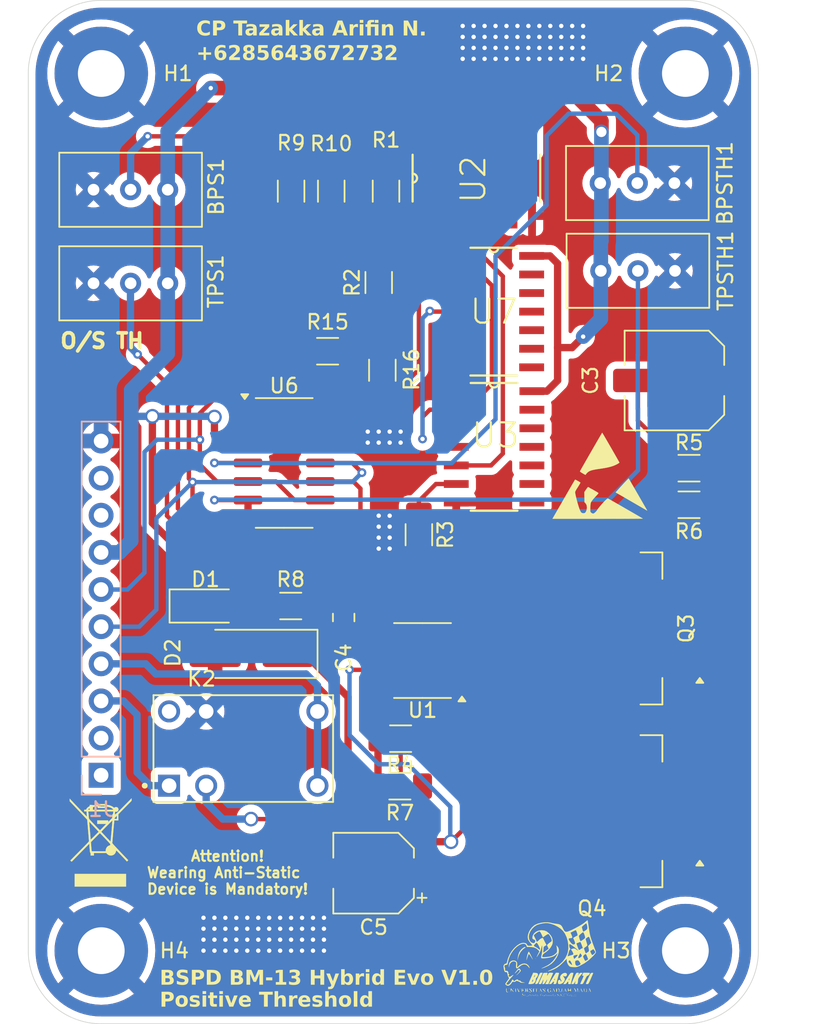
<source format=kicad_pcb>
(kicad_pcb (version 20240108) (generator "pcbnew") (generator_version "8.0")
  (layers (0 "F.Cu" signal) (31 "B.Cu" signal) (34 "B.Paste" user) (35 "F.Paste" user) (36 "B.SilkS" user "B.Silkscreen") (37 "F.SilkS" user "F.Silkscreen") (38 "B.Mask" user) (39 "F.Mask" user) (44 "Edge.Cuts" user))
  (net 0 "")
  (net 1 "GND")
  (net 2 "+5V")
  (net 3 "Net-(Q3-G)")
  (net 4 "Net-(U1-CV)")
  (net 5 "Net-(Q4-D)")
  (net 6 "Net-(Q3-D)")
  (net 7 "Net-(U2-1A)")
  (net 8 "Net-(U2-1B)")
  (net 9 "Net-(U2-1Y)")
  (net 11 "Net-(D1-A)")
  (net 12 "Net-(D2-K)")
  (net 22 "Net-(U3-2Y)")
  (net 23 "Net-(U6C--)")
  (net 24 "Net-(U6D--)")
  (net 25 "Net-(U3-1A)")
  (net 26 "Net-(U3-1B)")
  (net 27 "Net-(U6A--)")
  (net 30 "Net-(U3-1Y)")
  (net 32 "BrakePress")
  (net 36 "ThrottlePos")
  (net 37 "NC")
  (net 38 "COM")
  (net 39 "Net-(U7-1A)")
  (net 40 "Net-(U7-2A)")
  (footprint "Resistor_SMD:R_1206_3216Metric_Pad1.30x1.75mm_HandSolder" (layer "F.Cu") (at 147.5 73.55 -90)
    (property "Reference" "R10")
    (property "Value" "1M")
  )
  (footprint "Package_SO:SOIC-8_3.9x4.9mm_P1.27mm" (layer "F.Cu") (at 153.75 105.655 180)
    (property "Reference" "U1")
    (property "Value" "NE555D")
  )
  (footprint "Potentiometer_THT:Potentiometer_Bourns_3296W_Vertical" (layer "F.Cu") (at 136.3 73.45)
    (property "Reference" "BPS1")
    (property "Value" "R_Potentiometer_Trim")
  )
  (footprint "Resistor_SMD:R_1206_3216Metric_Pad1.30x1.75mm_HandSolder" (layer "F.Cu") (at 152.2 114.25 180)
    (property "Reference" "R7")
    (property "Value" "1M")
  )
  (footprint "Resistor_SMD:R_1206_3216Metric_Pad1.30x1.75mm_HandSolder" (layer "F.Cu") (at 147.25 84.5)
    (property "Reference" "R15")
    (property "Value" "10K")
  )
  (footprint "Resistor_SMD:R_1206_3216Metric_Pad1.30x1.75mm_HandSolder" (layer "F.Cu") (at 153.5 97.05 -90)
    (property "Reference" "R3")
    (property "Value" "10K")
  )
  (footprint "Symbol:WEEE-Logo_4.2x6mm_SilkScreen" (layer "F.Cu") (at 131.7 118.1)
    (property "Reference" "REF**" (hide yes))
    (property "Value" "WEEE-Logo_4.2x6mm_SilkScreen" (hide yes))
  )
  (footprint "Resistor_SMD:R_1206_3216Metric_Pad1.30x1.75mm_HandSolder" (layer "F.Cu") (at 172 92.5 180)
    (property "Reference" "R5")
    (property "Value" "100K")
  )
  (footprint "74HC04D:SOIC127P600X175-14N" (layer "F.Cu") (at 158.6316 81.79)
    (property "Reference" "U7")
    (property "Value" "74HC04D")
  )
  (footprint "MountingHole:MountingHole_3.2mm_M3_Pad_TopBottom" (layer "F.Cu") (at 131.75 125.5)
    (property "Reference" "H4")
    (property "Value" "MountingHole_Pad")
  )
  (footprint "G5V-1_DC5:RELAY_G5V-1_DC5" (layer "F.Cu") (at 141.475 111.675)
    (property "Reference" "K2")
    (property "Value" "G5V-1_DC5")
  )
  (footprint "Capacitor_SMD:CP_Elec_5x5.3" (layer "F.Cu") (at 150.4 120.2 180)
    (property "Reference" "C5")
    (property "Value" "10uF")
  )
  (footprint "Resistor_SMD:R_1206_3216Metric_Pad1.30x1.75mm_HandSolder" (layer "F.Cu") (at 151 85.8 -90)
    (property "Reference" "R16")
    (property "Value" "10K")
  )
  (footprint "MountingHole:MountingHole_3.2mm_M3_Pad_TopBottom" (layer "F.Cu") (at 131.75 65.5)
    (property "Reference" "H1")
    (property "Value" "MountingHole_Pad")
  )
  (footprint "Package_TO_SOT_SMD:TO-263-2" (layer "F.Cu") (at 165.35 115.96 180)
    (property "Reference" "Q4")
    (property "Value" "IRFS4127")
  )
  (footprint "MountingHole:MountingHole_3.2mm_M3_Pad_TopBottom" (layer "F.Cu") (at 171.75 65.5)
    (property "Reference" "H2")
    (property "Value" "MountingHole_Pad")
  )
  (footprint "Resistor_SMD:R_1206_3216Metric_Pad1.30x1.75mm_HandSolder" (layer "F.Cu") (at 144.75 73.55 -90)
    (property "Reference" "R9")
    (property "Value" "1M")
  )
  (footprint "TazCustomLogo:Bimsaklogo" (layer "F.Cu") (at 162.5 126)
    (property "Reference" "G***" (hide yes))
    (property "Value" "LOGO" (hide yes))
  )
  (footprint "MountingHole:MountingHole_3.2mm_M3_Pad_TopBottom" (layer "F.Cu") (at 171.75 125.5)
    (property "Reference" "H3")
    (property "Value" "MountingHole_Pad")
  )
  (footprint "Resistor_SMD:R_1206_3216Metric_Pad1.30x1.75mm_HandSolder" (layer "F.Cu") (at 172 95 180)
    (property "Reference" "R6")
    (property "Value" "100K")
  )
  (footprint "LED_SMD:LED_1206_3216Metric_Pad1.42x1.75mm_HandSolder" (layer "F.Cu") (at 138.8875 101.925)
    (property "Reference" "D1")
    (property "Value" "LED")
  )
  (footprint "Package_SO:SOIC-14_3.9x8.7mm_P1.27mm" (layer "F.Cu") (at 144.275 92.14)
    (property "Reference" "U6")
    (property "Value" "LM339")
  )
  (footprint "Resistor_SMD:R_1206_3216Metric_Pad1.30x1.75mm_HandSolder" (layer "F.Cu") (at 150.75 79.8 90)
    (property "Reference" "R2")
    (property "Value" "10K")
  )
  (footprint "Resistor_SMD:R_1206_3216Metric_Pad1.30x1.75mm_HandSolder" (layer "F.Cu") (at 151.25 73.55 -90)
    (property "Reference" "R1")
    (property "Value" "10K")
  )
  (footprint "Capacitor_SMD:C_Elec_6.3x7.7" (layer "F.Cu") (at 171 86.5 180)
    (property "Reference" "C3")
    (property "Value" "100uF")
  )
  (footprint "Diode_SMD:D_SMA_Handsoldering" (layer "F.Cu") (at 142.05 105.2 180)
    (property "Reference" "D2")
    (property "Value" "SS210")
  )
  (footprint "Resistor_SMD:R_1206_3216Metric_Pad1.30x1.75mm_HandSolder" (layer "F.Cu") (at 144.725 101.925)
    (property "Reference" "R8")
    (property "Value" "150")
  )
  (footprint "ADD ON:SOIC127P600X175-14N" (layer "F.Cu") (at 158.65 91.04)
    (property "Reference" "U3")
    (property "Value" "74HC32D_653")
  )
  (footprint "Potentiometer_THT:Potentiometer_Bourns_3296W_Vertical" (layer "F.Cu") (at 165.96 79 180)
    (property "Reference" "TPSTH1")
    (property "Value" "R_Potentiometer_Trim")
  )
  (footprint "Potentiometer_THT:Potentiometer_Bourns_3296W_Vertical" (layer "F.Cu") (at 136.3 79.85)
    (property "Reference" "TPS1")
    (property "Value" "R_Potentiometer_Trim")
  )
  (footprint "Symbol:ESD-Logo_6.6x6mm_SilkScreen" (layer "F.Cu") (at 165.9 93)
    (property "Reference" "REF**" (hide yes))
    (property "Value" "ESD-Logo_6.6x6mm_SilkScreen" (hide yes))
  )
  (footprint "Potentiometer_THT:Potentiometer_Bourns_3296W_Vertical" (layer "F.Cu") (at 165.92 73 180)
    (property "Reference" "BPSTH1")
    (property "Value" "R_Potentiometer_Trim")
  )
  (footprint "Package_TO_SOT_SMD:TO-263-2" (layer "F.Cu") (at 165.35 103.46 180)
    (property "Reference" "Q3")
    (property "Value" "IRFS4127")
  )
  (footprint "Capacitor_SMD:C_0805_2012Metric_Pad1.18x1.45mm_HandSolder" (layer "F.Cu") (at 148.35 102.7125 90)
    (property "Reference" "C4")
    (property "Value" "1uF")
  )
  (footprint "Resistor_SMD:R_1206_3216Metric_Pad1.30x1.75mm_HandSolder" (layer "F.Cu") (at 152.25 111 180)
    (property "Reference" "R4")
    (property "Value" "10K")
  )
  (footprint "ADD ON:SOIC127P600X175-14N" (layer "F.Cu") (at 157.44 72.6592 90)
    (property "Reference" "U2")
    (property "Value" "74HC08D-T")
  )
  (footprint "Connector_PinHeader_2.54mm:PinHeader_1x10_P2.54mm_Vertical" (layer "B.Cu") (at 131.74 113.5)
    (property "Reference" "J1")
    (property "Value" "Conn_01x10_Pin")
  )
  (gr_line (start 131.75 130.5) (end 171.75 130.5) (stroke (width 0.05)) (layer "Edge.Cuts"))
  (gr_arc (start 171.75 60.5) (mid 175.285534 61.964466) (end 176.75 65.5) (stroke (width 0.05)) (layer "Edge.Cuts"))
  (gr_line (start 126.75 125.5) (end 126.75 65.5) (stroke (width 0.05)) (layer "Edge.Cuts"))
  (gr_arc (start 176.75 125.5) (mid 175.285534 129.035534) (end 171.75 130.5) (stroke (width 0.05)) (layer "Edge.Cuts"))
  (gr_line (start 131.75 60.5) (end 171.75 60.5) (stroke (width 0.05)) (layer "Edge.Cuts"))
  (gr_arc (start 131.75 130.5) (mid 128.214466 129.035534) (end 126.75 125.5) (stroke (width 0.05)) (layer "Edge.Cuts"))
  (gr_line (start 176.75 125.5) (end 176.75 65.5) (stroke (width 0.05)) (layer "Edge.Cuts"))
  (gr_arc (start 126.75 65.5) (mid 128.214466 61.964466) (end 131.75 60.5) (stroke (width 0.05)) (layer "Edge.Cuts"))
  (gr_text "O/S TH\n" (at 128.825 84.375 0) (layer "F.SilkS") (effects (font (size 1 1) (thickness 0.25) (bold yes)) (justify left bottom)))
  (gr_text "Attention!\nWearing Anti-Static \nDevice is Mandatory!" (at 140.4 121.7 0) (layer "F.SilkS") (effects (font (size 0.7 0.7) (thickness 0.15) (bold yes)) (justify bottom)))
  (gr_text "Positive Threshold" (at 135.75 129.5 0) (layer "F.SilkS") (effects (font (size 1 1) (thickness 0.1)) (justify left bottom)))
  (gr_text "BSPD BM-13 Hybrid Evo V1.0" (at 135.75 128 0) (layer "F.SilkS") (effects (font (size 1 1) (thickness 0.2) (bold yes)) (justify left bottom)))
  (gr_text "CP Tazakka Arifin N.\n+6285643672732" (at 138.25 64.75 0) (layer "F.SilkS") (effects (font (size 1 1) (thickness 0.25) (bold yes)) (justify left bottom)))
  (via (at 143.25 123.25) (size 0.6) (drill 0.3) (layers "F.Cu" "B.Cu") (net 1))
  (via (at 145.5 124) (size 0.6) (drill 0.3) (layers "F.Cu" "B.Cu") (net 1))
  (via (at 161 63) (size 0.6) (drill 0.3) (layers "F.Cu" "B.Cu") (net 1))
  (via (at 164.75 63.75) (size 0.6) (drill 0.3) (layers "F.Cu" "B.Cu") (net 1))
  (via (at 164 63) (size 0.6) (drill 0.3) (layers "F.Cu" "B.Cu") (net 1))
  (via (at 150 90.75) (size 0.6) (drill 0.3) (layers "F.Cu" "B.Cu") (net 1))
  (via (at 142.5 125.5) (size 0.6) (drill 0.3) (layers "F.Cu" "B.Cu") (net 1))
  (via (at 151.5 90) (size 0.6) (drill 0.3) (layers "F.Cu" "B.Cu") (net 1))
  (via (at 140.25 124) (size 0.6) (drill 0.3) (layers "F.Cu" "B.Cu") (net 1))
  (via (at 156.5 63) (size 0.6) (drill 0.3) (layers "F.Cu" "B.Cu") (net 1))
  (via (at 162.5 63) (size 0.6) (drill 0.3) (layers "F.Cu" "B.Cu") (net 1))
  (via (at 150 90) (size 0.6) (drill 0.3) (layers "F.Cu" "B.Cu") (net 1))
  (via (at 161.75 64.5) (size 0.6) (drill 0.3) (layers "F.Cu" "B.Cu") (net 1))
  (via (at 141 123.25) (size 0.6) (drill 0.3) (layers "F.Cu" "B.Cu") (net 1))
  (via (at 146.25 125.5) (size 0.6) (drill 0.3) (layers "F.Cu" "B.Cu") (net 1))
  (via (at 145.5 123.25) (size 0.6) (drill 0.3) (layers "F.Cu" "B.Cu") (net 1))
  (via (at 151.5 97.25) (size 0.6) (drill 0.3) (layers "F.Cu" "B.Cu") (net 1))
  (via (at 143.25 125.5) (size 0.6) (drill 0.3) (layers "F.Cu" "B.Cu") (net 1))
  (via (at 164.75 62.25) (size 0.6) (drill 0.3) (layers "F.Cu" "B.Cu") (net 1))
  (via (at 151.5 96.5) (size 0.6) (drill 0.3) (layers "F.Cu" "B.Cu") (net 1))
  (via (at 161 64.5) (size 0.6) (drill 0.3) (layers "F.Cu" "B.Cu") (net 1))
  (via (at 138.75 123.25) (size 0.6) (drill 0.3) (layers "F.Cu" "B.Cu") (net 1))
  (via (at 162.5 63.75) (size 0.6) (drill 0.3) (layers "F.Cu" "B.Cu") (net 1))
  (via (at 150.75 97.25) (size 0.6) (drill 0.3) (layers "F.Cu" "B.Cu") (net 1))
  (via (at 157.25 62.25) (size 0.6) (drill 0.3) (layers "F.Cu" "B.Cu") (net 1))
  (via (at 164 64.5) (size 0.6) (drill 0.3) (layers "F.Cu" "B.Cu") (net 1))
  (via (at 141 124.75) (size 0.6) (drill 0.3) (layers "F.Cu" "B.Cu") (net 1))
  (via (at 150.75 95.75) (size 0.6) (drill 0.3) (layers "F.Cu" "B.Cu") (net 1))
  (via (at 150.75 96.5) (size 0.6) (drill 0.3) (layers "F.Cu" "B.Cu") (net 1))
  (via (at 159.5 62.25) (size 0.6) (drill 0.3) (layers "F.Cu" "B.Cu") (net 1))
  (via (at 147 124.75) (size 0.6) (drill 0.3) (layers "F.Cu" "B.Cu") (net 1))
  (via (at 141.75 123.25) (size 0.6) (drill 0.3) (layers "F.Cu" "B.Cu") (net 1))
  (via (at 162.5 62.25) (size 0.6) (drill 0.3) (layers "F.Cu" "B.Cu") (net 1))
  (via (at 141.75 124.75) (size 0.6) (drill 0.3) (layers "F.Cu" "B.Cu") (net 1))
  (via (at 144.75 123.25) (size 0.6) (drill 0.3) (layers "F.Cu" "B.Cu") (net 1))
  (via (at 147 125.5) (size 0.6) (drill 0.3) (layers "F.Cu" "B.Cu") (net 1))
  (via (at 151.5 95.75) (size 0.6) (drill 0.3) (layers "F.Cu" "B.Cu") (net 1))
  (via (at 161.75 63.75) (size 0.6) (drill 0.3) (layers "F.Cu" "B.Cu") (net 1))
  (via (at 159.5 63.75) (size 0.6) (drill 0.3) (layers "F.Cu" "B.Cu") (net 1))
  (via (at 150.75 90) (size 0.6) (drill 0.3) (layers "F.Cu" "B.Cu") (net 1))
  (via (at 139.5 124.75) (size 0.6) (drill 0.3) (layers "F.Cu" "B.Cu") (net 1))
  (via (at 159.5 64.5) (size 0.6) (drill 0.3) (layers "F.Cu" "B.Cu") (net 1))
  (via (at 158 64.5) (size 0.6) (drill 0.3) (layers "F.Cu" "B.Cu") (net 1))
  (via (at 156.5 62.25) (size 0.6) (drill 0.3) (layers "F.Cu" "B.Cu") (net 1))
  (via (at 147 123.25) (size 0.6) (drill 0.3) (layers "F.Cu" "B.Cu") (net 1))
  (via (at 159.5 63) (size 0.6) (drill 0.3) (layers "F.Cu" "B.Cu") (net 1))
  (via (at 146.25 124) (size 0.6) (drill 0.3) (layers "F.Cu" "B.Cu") (net 1))
  (via (at 141 125.5) (size 0.6) (drill 0.3) (layers "F.Cu" "B.Cu") (net 1))
  (via (at 163.25 63.75) (size 0.6) (drill 0.3) (layers "F.Cu" "B.Cu") (net 1))
  (via (at 157.25 63) (size 0.6) (drill 0.3) (layers "F.Cu" "B.Cu") (net 1))
  (via (at 138.75 125.5) (size 0.6) (drill 0.3) (layers "F.Cu" "B.Cu") (net 1))
  (via (at 138.75 124) (size 0.6) (drill 0.3) (layers "F.Cu" "B.Cu") (net 1))
  (via (at 142.5 123.25) (size 0.6) (drill 0.3) (layers "F.Cu" "B.Cu") (net 1))
  (via (at 147 124) (size 0.6) (drill 0.3) (layers "F.Cu" "B.Cu") (net 1))
  (via (at 164.75 64.5) (size 0.6) (drill 0.3) (layers "F.Cu" "B.Cu") (net 1))
  (via (at 160.25 63) (size 0.6) (drill 0.3) (layers "F.Cu" "B.Cu") (net 1))
  (via (at 152.25 90) (size 0.6) (drill 0.3) (layers "F.Cu" "B.Cu") (net 1))
  (via (at 152.25 90.75) (size 0.6) (drill 0.3) (layers "F.Cu" "B.Cu") (net 1))
  (via (at 158.75 62.25) (size 0.6) (drill 0.3) (layers "F.Cu" "B.Cu") (net 1))
  (via (at 140.25 125.5) (size 0.6) (drill 0.3) (layers "F.Cu" "B.Cu") (net 1))
  (via (at 144 124.75) (size 0.6) (drill 0.3) (layers "F.Cu" "B.Cu") (net 1))
  (via (at 140.25 123.25) (size 0.6) (drill 0.3) (layers "F.Cu" "B.Cu") (net 1))
  (via (at 164 63.75) (size 0.6) (drill 0.3) (layers "F.Cu" "B.Cu") (net 1))
  (via (at 150.75 98) (size 0.6) (drill 0.3) (layers "F.Cu" "B.Cu") (net 1))
  (via (at 143.25 124.75) (size 0.6) (drill 0.3) (layers "F.Cu" "B.Cu") (net 1))
  (via (at 158 62.25) (size 0.6) (drill 0.3) (layers "F.Cu" "B.Cu") (net 1))
  (via (at 142.5 124) (size 0.6) (drill 0.3) (layers "F.Cu" "B.Cu") (net 1))
  (via (at 156.5 64.5) (size 0.6) (drill 0.3) (layers "F.Cu" "B.Cu") (net 1))
  (via (at 145.5 125.5) (size 0.6) (drill 0.3) (layers "F.Cu" "B.Cu") (net 1))
  (via (at 161.75 63) (size 0.6) (drill 0.3) (layers "F.Cu" "B.Cu") (net 1))
  (via (at 163.25 63) (size 0.6) (drill 0.3) (layers "F.Cu" "B.Cu") (net 1))
  (via (at 150.75 90.75) (size 0.6) (drill 0.3) (layers "F.Cu" "B.Cu") (net 1))
  (via (at 163.25 62.25) (size 0.6) (drill 0.3) (layers "F.Cu" "B.Cu") (net 1))
  (via (at 144.75 125.5) (size 0.6) (drill 0.3) (layers "F.Cu" "B.Cu") (net 1))
  (via (at 146.25 124.75) (size 0.6) (drill 0.3) (layers "F.Cu" "B.Cu") (net 1))
  (via (at 157.25 64.5) (size 0.6) (drill 0.3) (layers "F.Cu" "B.Cu") (net 1))
  (via (at 146.25 123.25) (size 0.6) (drill 0.3) (layers "F.Cu" "B.Cu") (net 1))
  (via (at 142.5 124.75) (size 0.6) (drill 0.3) (layers "F.Cu" "B.Cu") (net 1))
  (via (at 158.75 63) (size 0.6) (drill 0.3) (layers "F.Cu" "B.Cu") (net 1))
  (via (at 160.25 63.75) (size 0.6) (drill 0.3) (layers "F.Cu" "B.Cu") (net 1))
  (via (at 141.75 125.5) (size 0.6) (drill 0.3) (layers "F.Cu" "B.Cu") (net 1))
  (via (at 144.75 124) (size 0.6) (drill 0.3) (layers "F.Cu" "B.Cu") (net 1))
  (via (at 151.5 90.75) (size 0.6) (drill 0.3) (layers "F.Cu" "B.Cu") (net 1))
  (via (at 151.5 98) (size 0.6) (drill 0.3) (layers "F.Cu" "B.Cu") (net 1))
  (via (at 143.25 124) (size 0.6) (drill 0.3) (layers "F.Cu" "B.Cu") (net 1))
  (via (at 139.5 124) (size 0.6) (drill 0.3) (layers "F.Cu" "B.Cu") (net 1))
  (via (at 158 63.75) (size 0.6) (drill 0.3) (layers "F.Cu" "B.Cu") (net 1))
  (via (at 163.25 64.5) (size 0.6) (drill 0.3) (layers "F.Cu" "B.Cu") (net 1))
  (via (at 161.75 62.25) (size 0.6) (drill 0.3) (layers "F.Cu" "B.Cu") (net 1))
  (via (at 158.75 64.5) (size 0.6) (drill 0.3) (layers "F.Cu" "B.Cu") (net 1))
  (via (at 139.5 123.25) (size 0.6) (drill 0.3) (layers "F.Cu" "B.Cu") (net 1))
  (via (at 145.5 124.75) (size 0.6) (drill 0.3) (layers "F.Cu" "B.Cu") (net 1))
  (via (at 160.25 62.25) (size 0.6) (drill 0.3) (layers "F.Cu" "B.Cu") (net 1))
  (via (at 144 124) (size 0.6) (drill 0.3) (layers "F.Cu" "B.Cu") (net 1))
  (via (at 144 125.5) (size 0.6) (drill 0.3) (layers "F.Cu" "B.Cu") (net 1))
  (via (at 157.25 63.75) (size 0.6) (drill 0.3) (layers "F.Cu" "B.Cu") (net 1))
  (via (at 160.25 64.5) (size 0.6) (drill 0.3) (layers "F.Cu" "B.Cu") (net 1))
  (via (at 138.75 124.75) (size 0.6) (drill 0.3) (layers "F.Cu" "B.Cu") (net 1))
  (via (at 161 62.25) (size 0.6) (drill 0.3) (layers "F.Cu" "B.Cu") (net 1))
  (via (at 144.75 124.75) (size 0.6) (drill 0.3) (layers "F.Cu" "B.Cu") (net 1))
  (via (at 158.75 63.75) (size 0.6) (drill 0.3) (layers "F.Cu" "B.Cu") (net 1))
  (via (at 162.5 64.5) (size 0.6) (drill 0.3) (layers "F.Cu" "B.Cu") (net 1))
  (via (at 139.5 125.5) (size 0.6) (drill 0.3) (layers "F.Cu" "B.Cu") (net 1))
  (via (at 156.5 63.75) (size 0.6) (drill 0.3) (layers "F.Cu" "B.Cu") (net 1))
  (via (at 164.75 63) (size 0.6) (drill 0.3) (layers "F.Cu" "B.Cu") (net 1))
  (via (at 164 62.25) (size 0.6) (drill 0.3) (layers "F.Cu" "B.Cu") (net 1))
  (via (at 141.75 124) (size 0.6) (drill 0.3) (layers "F.Cu" "B.Cu") (net 1))
  (via (at 144 123.25) (size 0.6) (drill 0.3) (layers "F.Cu" "B.Cu") (net 1))
  (via (at 140.25 124.75) (size 0.6) (drill 0.3) (layers "F.Cu" "B.Cu") (net 1))
  (via (at 161 63.75) (size 0.6) (drill 0.3) (layers "F.Cu" "B.Cu") (net 1))
  (via (at 158 63) (size 0.6) (drill 0.3) (layers "F.Cu" "B.Cu") (net 1))
  (via (at 141 124) (size 0.6) (drill 0.3) (layers "F.Cu" "B.Cu") (net 1))
  (segment (start 156.225 103.75) (end 156.225 102.75) (width 0.5) (layer "F.Cu") (net 2))
  (segment (start 135.25 96.25) (end 135.25 88.95) (width 0.5) (layer "F.Cu") (net 2))
  (segment (start 153.5 66.5) (end 139.25 66.5) (width 1) (layer "F.Cu") (net 2))
  (segment (start 145.7 84.5) (end 145.7 83.8) (width 0.5) (layer "F.Cu") (net 2))
  (segment (start 162.27 87.23) (end 161.2408 87.23) (width 0.5) (layer "F.Cu") (net 2))
  (segment (start 149.75 72) (end 151.25 72) (width 0.5) (layer "F.Cu") (net 2))
  (segment (start 151.275 107.56) (end 152.69 107.56) (width 0.5) (layer "F.Cu") (net 2))
  (segment (start 153.63 70.0684) (end 151.9316 70.0684) (width 0.5) (layer "F.Cu") (net 2))
  (segment (start 166 69.5) (end 166 68.75) (width 1) (layer "F.Cu") (net 2))
  (segment (start 150.7 111) (end 150.7 109.55) (width 0.5) (layer "F.Cu") (net 2))
  (segment (start 149 98.75) (end 137.75 98.75) (width 0.5) (layer "F.Cu") (net 2))
  (segment (start 150.5 82.5) (end 151 83) (width 0.5) (layer "F.Cu") (net 2))
  (segment (start 149.75 78.25) (end 149.5 78) (width 0.5) (layer "F.Cu") (net 2))
  (segment (start 164 84.25) (end 163 84.25) (width 0.5) (layer "F.Cu") (net 2))
  (segment (start 152 101.75) (end 149 98.75) (width 0.5) (layer "F.Cu") (net 2))
  (segment (start 149.2 72) (end 149.25 72) (width 0.5) (layer "F.Cu") (net 2))
  (segment (start 153 107.25) (end 153 105.76005) (width 0.5) (layer "F.Cu") (net 2))
  (segment (start 161.2224 77.98) (end 162.48 77.98) (width 0.5) (layer "F.Cu") (net 2))
  (segment (start 147 82.5) (end 150.5 82.5) (width 0.5) (layer "F.Cu") (net 2))
  (segment (start 140.12 90.87) (end 143.13 90.87) (width 0.5) (layer "F.Cu") (net 2))
  (segment (start 151 83) (end 151 84.25) (width 0.5) (layer "F.Cu") (net 2))
  (segment (start 151.9316 70.0684) (end 151.25 70.75) (width 0.5) (layer "F.Cu") (net 2))
  (segment (start 149.5 73.5) (end 149.5 72.25) (width 0.5) (layer "F.Cu") (net 2))
  (segment (start 153 105.76005) (end 155.01005 103.75) (width 0.5) (layer "F.Cu") (net 2))
  (segment (start 155.01005 103.75) (end 156.225 103.75) (width 0.5) (layer "F.Cu") (net 2))
  (segment (start 153.5 66.5) (end 153.63 66.63) (width 1) (layer "F.Cu") (net 2))
  (segment (start 162.48 77.98) (end 163 78.5) (width 0.5) (layer "F.Cu") (net 2))
  (segment (start 149.2 72) (end 144.75 72) (width 0.5) (layer "F.Cu") (net 2))
  (segment (start 150.75 78.25) (end 149.75 78.25) (width 0.5) (layer "F.Cu") (net 2))
  (segment (start 163 78.5) (end 163 84.25) (width 0.5) (layer "F.Cu") (net 2))
  (segment (start 163.75 66.5) (end 153.5 66.5) (width 1) (layer "F.Cu") (net 2))
  (segment (start 166 68.75) (end 163.75 66.5) (width 1) (layer "F.Cu") (net 2))
  (segment (start 163 86.5) (end 162.27 87.23) (width 0.5) (layer "F.Cu") (net 2))
  (segment (start 144.75 85.45) (end 145.7 84.5) (width 0.5) (layer "F.Cu") (net 2))
  (segment (start 156.225 102.75) (end 155.225 101.75) (width 0.5) (layer "F.Cu") (net 2))
  (segment (start 151.25 70.75) (end 151.25 72) (width 0.5) (layer "F.Cu") (net 2))
  (segment (start 137.75 98.75) (end 135.25 96.25) (width 0.5) (layer "F.Cu") (net 2))
  (segment (start 152.69 107.56) (end 153 107.25) (width 0.5) (layer "F.Cu") (net 2))
  (segment (start 149.75 72) (end 149.2 72) (width 0.5) (layer "F.Cu") (net 2))
  (segment (start 153.63 66.63) (end 153.63 70.0684) (width 0.5) (layer "F.Cu") (net 2))
  (segment (start 150.7 111) (end 150.7 114.2) (width 0.5) (layer "F.Cu") (net 2))
  (segment (start 149.5 78) (end 149.5 73.5) (width 0.5) (layer "F.Cu") (net 2))
  (segment (start 139.5 89) (end 139.5 90.25) (width 0.5) (layer "F.Cu") (net 2))
  (segment (start 155.225 101.75) (end 152 101.75) (width 0.5) (layer "F.Cu") (net 2))
  (segment (start 150.7 109.55) (end 151.275 108.975) (width 0.5) (layer "F.Cu") (net 2))
  (segment (start 149.5 72.25) (end 149.75 72) (width 0.5) (layer "F.Cu") (net 2))
  (segment (start 150.7 114.2) (end 150.65 114.25) (width 0.5) (layer "F.Cu") (net 2))
  (segment (start 145.7 83.8) (end 147 82.5) (width 0.5) (layer "F.Cu") (net 2))
  (segment (start 163 84.25) (end 163 86.5) (width 0.5) (layer "F.Cu") (net 2))
  (segment (start 151.275 108.975) (end 151.275 107.56) (width 0.5) (layer "F.Cu") (net 2))
  (segment (start 139.5 90.25) (end 140.12 90.87) (width 0.5) (layer "F.Cu") (net 2))
  (segment (start 144.75 89.25) (end 144.75 85.45) (width 0.5) (layer "F.Cu") (net 2))
  (segment (start 164.75 83.5) (end 164 84.25) (width 0.5) (layer "F.Cu") (net 2))
  (segment (start 143.13 90.87) (end 144.75 89.25) (width 0.5) (layer "F.Cu") (net 2))
  (segment (start 149.25 72) (end 149.5 72.25) (width 0.5) (layer "F.Cu") (net 2))
  (via (at 135.25 88.95) (size 1) (drill 0.7) (layers "F.Cu" "B.Cu") (net 2))
  (via (at 139.25 66.5) (size 0.6) (drill 0.3) (layers "F.Cu" "B.Cu") (net 2))
  (via (at 164.75 83.5) (size 0.6) (drill 0.3) (layers "F.Cu" "B.Cu") (net 2))
  (via (at 166 69.5) (size 1) (drill 0.7) (layers "F.Cu" "B.Cu") (net 2))
  (via (at 139.5 89) (size 1) (drill 0.7) (layers "F.Cu" "B.Cu") (net 2))
  (segment (start 136.3 69.45) (end 136.3 84.65) (width 1) (layer "B.Cu") (net 2))
  (segment (start 165.96 82.29) (end 165.96 80.25) (width 1) (layer "B.Cu") (net 2))
  (segment (start 133.8 97.46) (end 133 98.26) (width 1) (layer "B.Cu") (net 2))
  (segment (start 139.25 66.5) (end 136.3 69.45) (width 1) (layer "B.Cu") (net 2))
  (segment (start 166 76.95) (end 165.96 76.99) (width 1) (layer "B.Cu") (net 2))
  (segment (start 166 69.5) (end 166 76.95) (width 1) (layer "B.Cu") (net 2))
  (segment (start 165.96 76.99) (end 165.96 80.25) (width 1) (layer "B.Cu") (net 2))
  (segment (start 133 98.26) (end 131.74 98.26) (width 1) (layer "B.Cu") (net 2))
  (segment (start 133.8 87.15) (end 133.8 97.46) (width 1) (layer "B.Cu") (net 2))
  (segment (start 135.25 88.95) (end 133.8 88.95) (width 0.5) (layer "B.Cu") (net 2))
  (segment (start 136.3 84.65) (end 133.8 87.15) (width 1) (layer "B.Cu") (net 2))
  (segment (start 164.75 83.5) (end 165.96 82.29) (width 1) (layer "B.Cu") (net 2))
  (segment (start 135.25 88.95) (end 139.45 88.95) (width 0.5) (layer "B.Cu") (net 2))
  (segment (start 139.45 88.95) (end 139.5 89) (width 0.5) (layer "B.Cu") (net 2))
  (segment (start 169.25 105) (end 169.25 117.75) (width 0.3) (layer "F.Cu") (net 3))
  (segment (start 168.5 89.25) (end 168.5 86.5375) (width 0.3) (layer "F.Cu") (net 3))
  (segment (start 169.25 105.25) (end 170 106) (width 0.3) (layer "F.Cu") (net 3))
  (segment (start 158.875 97) (end 169.25 97) (width 0.3) (layer "F.Cu") (net 3))
  (segment (start 153.5 98.6) (end 157.275 98.6) (width 0.3) (layer "F.Cu") (net 3))
  (segment (start 168.5 86.5375) (end 168.4625 86.5) (width 0.3) (layer "F.Cu") (net 3))
  (segment (start 169.25 97) (end 170.45 95.8) (width 0.3) (layer "F.Cu") (net 3))
  (segment (start 170.45 95.8) (end 170.45 91.2) (width 0.3) (layer "F.Cu") (net 3))
  (segment (start 170.45 91.2) (end 168.5 89.25) (width 0.3) (layer "F.Cu") (net 3))
  (segment (start 169.25 97) (end 169.25 105) (width 0.3) (layer "F.Cu") (net 3))
  (segment (start 169.25 105) (end 169.25 105.25) (width 0.3) (layer "F.Cu") (net 3))
  (segment (start 170 106) (end 173 106) (width 0.3) (layer "F.Cu") (net 3))
  (segment (start 157.275 98.6) (end 158.875 97) (width 0.3) (layer "F.Cu") (net 3))
  (segment (start 169.25 117.75) (end 170 118.5) (width 0.3) (layer "F.Cu") (net 3))
  (segment (start 170 118.5) (end 173 118.5) (width 0.3) (layer "F.Cu") (net 3))
  (segment (start 151.275 103.75) (end 148.35 103.75) (width 0.5) (layer "F.Cu") (net 4))
  (segment (start 157.79 115.96) (end 163.85 115.96) (width 0.3) (layer "F.Cu") (net 5))
  (segment (start 153.75 118.05) (end 152.6 119.2) (width 0.5) (layer "F.Cu") (net 5))
  (segment (start 153.75 114.25) (end 153.75 118.05) (width 0.5) (layer "F.Cu") (net 5))
  (segment (start 151.275 106.29) (end 151.275 105.02) (width 0.5) (layer "F.Cu") (net 5))
  (segment (start 152.6 119.2) (end 152.6 120.2) (width 0.5) (layer "F.Cu") (net 5))
  (segment (start 148.75 106.29) (end 151.275 106.29) (width 0.3) (layer "F.Cu") (net 5))
  (segment (start 155.7 118.05) (end 153.75 118.05) (width 0.5) (layer "F.Cu") (net 5))
  (segment (start 155.7 118.05) (end 157.79 115.96) (width 0.3) (layer "F.Cu") (net 5))
  (via (at 155.7 118.05) (size 1) (drill 0.7) (layers "F.Cu" "B.Cu") (net 5))
  (via (at 148.75 106.29) (size 0.6) (drill 0.3) (layers "F.Cu" "B.Cu") (net 5))
  (segment (start 148.75 106.29) (end 148.75 110.75) (width 0.3) (layer "B.Cu") (net 5))
  (segment (start 148.75 110.75) (end 150.75 112.75) (width 0.3) (layer "B.Cu") (net 5))
  (segment (start 152.75 112.75) (end 155.65 115.65) (width 0.3) (layer "B.Cu") (net 5))
  (segment (start 155.65 118) (end 155.7 118.05) (width 0.3) (layer "B.Cu") (net 5))
  (segment (start 150.75 112.75) (end 152.75 112.75) (width 0.3) (layer "B.Cu") (net 5))
  (segment (start 155.65 115.65) (end 155.65 118) (width 0.3) (layer "B.Cu") (net 5))
  (segment (start 154.5 108.6) (end 153.8 109.3) (width 0.3) (layer "F.Cu") (net 6))
  (segment (start 154.75 106.29) (end 154.5 106.54) (width 0.3) (layer "F.Cu") (net 6))
  (segment (start 153.8 111) (end 156.25 111) (width 0.3) (layer "F.Cu") (net 6))
  (segment (start 156.225 106.29) (end 154.75 106.29) (width 0.3) (layer "F.Cu") (net 6))
  (segment (start 153.8 109.3) (end 153.8 111) (width 0.3) (layer "F.Cu") (net 6))
  (segment (start 156.25 111) (end 161.015 106.235) (width 0.3) (layer "F.Cu") (net 6))
  (segment (start 154.5 106.54) (end 154.5 108.6) (width 0.3) (layer "F.Cu") (net 6))
  (segment (start 161.015 106.235) (end 161.425 106.235) (width 0.3) (layer "F.Cu") (net 6))
  (segment (start 152.75 78.5) (end 151.5 79.75) (width 0.3) (layer "F.Cu") (net 7))
  (segment (start 141.8 86.7) (end 141.8 88.33) (width 0.3) (layer "F.Cu") (net 7))
  (segment (start 153.63 75.25) (end 151.4 75.25) (width 0.3) (layer "F.Cu") (net 7))
  (segment (start 144.5 81.5) (end 142.75 83.25) (width 0.3) (layer "F.Cu") (net 7))
  (segment (start 142.75 83.25) (end 142.75 85.75) (width 0.3) (layer "F.Cu") (net 7))
  (segment (start 151.4 75.25) (end 151.25 75.1) (width 0.3) (layer "F.Cu") (net 7))
  (segment (start 147.25 79.75) (end 145.5 81.5) (width 0.3) (layer "F.Cu") (net 7))
  (segment (start 153.63 76.87) (end 152.75 77.75) (width 0.3) (layer "F.Cu") (net 7))
  (segment (start 153.63 75.25) (end 153.63 76.87) (width 0.3) (layer "F.Cu") (net 7))
  (segment (start 142.75 85.75) (end 141.8 86.7) (width 0.3) (layer "F.Cu") (net 7))
  (segment (start 151.5 79.75) (end 147.25 79.75) (width 0.3) (layer "F.Cu") (net 7))
  (segment (start 152.75 77.75) (end 152.75 78.5) (width 0.3) (layer "F.Cu") (net 7))
  (segment (start 145.5 81.5) (end 144.5 81.5) (width 0.3) (layer "F.Cu") (net 7))
  (segment (start 146.444974 81.5) (end 150.75 81.5) (width 0.3) (layer "F.Cu") (net 8))
  (segment (start 153.5 78.25) (end 154.9 76.85) (width 0.3) (layer "F.Cu") (net 8))
  (segment (start 150.75 81.5) (end 153.5 78.75) (width 0.3) (layer "F.Cu") (net 8))
  (segment (start 154.9 76.85) (end 154.9 75.25) (width 0.3) (layer "F.Cu") (net 8))
  (segment (start 141.025 89.6) (end 142.9 89.6) (width 0.3) (layer "F.Cu") (net 8))
  (segment (start 143.75 88.75) (end 143.75 83.5) (width 0.3) (layer "F.Cu") (net 8))
  (segment (start 145.694974 82.25) (end 146.444974 81.5) (width 0.3) (layer "F.Cu") (net 8))
  (segment (start 142.9 89.6) (end 143.75 88.75) (width 0.3) (layer "F.Cu") (net 8))
  (segment (start 145 82.25) (end 145.694974 82.25) (width 0.3) (layer "F.Cu") (net 8))
  (segment (start 153.5 78.75) (end 153.5 78.25) (width 0.3) (layer "F.Cu") (net 8))
  (segment (start 143.75 83.5) (end 145 82.25) (width 0.3) (layer "F.Cu") (net 8))
  (segment (start 156.0592 92.31) (end 158.44 92.31) (width 0.3) (layer "F.Cu") (net 9))
  (segment (start 156.17 76.2916) (end 156.17 75.25) (width 0.3) (layer "F.Cu") (net 9))
  (segment (start 159.25 91.5) (end 159.25 79.3716) (width 0.3) (layer "F.Cu") (net 9))
  (segment (start 159.25 79.3716) (end 156.17 76.2916) (width 0.3) (layer "F.Cu") (net 9))
  (segment (start 158.44 92.31) (end 159.25 91.5) (width 0.3) (layer "F.Cu") (net 9))
  (segment (start 143.175 101.925) (end 140.375 101.925) (width 0.5) (layer "F.Cu") (net 11))
  (segment (start 152.25 115.75) (end 152.25 109.75) (width 0.3) (layer "F.Cu") (net 12))
  (segment (start 154.73 105.02) (end 156.225 105.02) (width 0.3) (layer "F.Cu") (net 12))
  (segment (start 148.65 108.15) (end 148.65 116.1) (width 0.5) (layer "F.Cu") (net 12))
  (segment (start 148.65 116.1) (end 148.65 116.5) (width 0.5) (layer "F.Cu") (net 12))
  (segment (start 148.65 116.15) (end 149 116.5) (width 0.5) (layer "F.Cu") (net 12))
  (segment (start 148.65 116.1) (end 148.65 116.15) (width 0.5) (layer "F.Cu") (net 12))
  (segment (start 151.5 116.5) (end 152.25 115.75) (width 0.3) (layer "F.Cu") (net 12))
  (segment (start 148.3 116.5) (end 148.65 116.5) (width 0.5) (layer "F.Cu") (net 12))
  (segment (start 153.75 106) (end 154.73 105.02) (width 0.3) (layer "F.Cu") (net 12))
  (segment (start 146.275 102.85) (end 146.275 101.925) (width 0.5) (layer "F.Cu") (net 12))
  (segment (start 142 116.5) (end 148.3 116.5) (width 0.3) (layer "F.Cu") (net 12))
  (segment (start 144.975 104.475) (end 148.65 108.15) (width 0.5) (layer "F.Cu") (net 12))
  (segment (start 149 116.5) (end 148.65 116.5) (width 0.5) (layer "F.Cu") (net 12))
  (segment (start 148.65 116.15) (end 148.3 116.5) (width 0.5) (layer "F.Cu") (net 12))
  (segment (start 153.75 108.25) (end 153.75 106) (width 0.3) (layer "F.Cu") (net 12))
  (segment (start 144.55 105.2) (end 144.55 104.575) (width 0.5) (layer "F.Cu") (net 12))
  (segment (start 144.55 104.575) (end 146.275 102.85) (width 0.5) (layer "F.Cu") (net 12))
  (segment (start 149.1 116.5) (end 151.5 116.5) (width 0.3) (layer "F.Cu") (net 12))
  (segment (start 152.25 109.75) (end 153.75 108.25) (width 0.3) (layer "F.Cu") (net 12))
  (via (at 142 116.5) (size 1) (drill 0.7) (layers "F.Cu" "B.Cu") (net 12))
  (segment (start 138.935 115.36) (end 138.935 114.215) (width 0.5) (layer "B.Cu") (net 12))
  (segment (start 140.075 116.5) (end 138.935 115.36) (width 0.5) (layer "B.Cu") (net 12))
  (segment (start 142 116.5) (end 140.075 116.5) (width 0.5) (layer "B.Cu") (net 12))
  (segment (start 153.5 94.75) (end 154.67 93.58) (width 0.3) (layer "F.Cu") (net 22))
  (segment (start 153.5 95.5) (end 153.5 94.75) (width 0.3) (layer "F.Cu") (net 22))
  (segment (start 154.67 93.58) (end 156.0592 93.58) (width 0.3) (layer "F.Cu") (net 22))
  (segment (start 136.25 95.75) (end 138.25 97.75) (width 0.3) (layer "F.Cu") (net 23))
  (segment (start 138.25 97.75) (end 148.5 97.75) (width 0.3) (layer "F.Cu") (net 23))
  (segment (start 136.25 86.725) (end 136.25 95.75) (width 0.3) (layer "F.Cu") (net 23))
  (segment (start 149.5 96.75) (end 149.5 93.9) (width 0.3) (layer "F.Cu") (net 23))
  (segment (start 149.5 93.9) (end 149.01 93.41) (width 0.3) (layer "F.Cu") (net 23))
  (segment (start 148.5 97.75) (end 149.5 96.75) (width 0.3) (layer "F.Cu") (net 23))
  (segment (start 149.01 93.41) (end 146.75 93.41) (width 0.3) (layer "F.Cu") (net 23))
  (segment (start 134.2375 84.7125) (end 136.25 86.725) (width 0.3) (layer "F.Cu") (net 23))
  (via (at 134.2375 84.7125) (size 0.6) (drill 0.3) (layers "F.Cu" "B.Cu") (net 23))
  (segment (start 133.75 84.225) (end 133.75 79.86) (width 0.5) (layer "B.Cu") (net 23))
  (segment (start 134.2375 84.7125) (end 133.75 84.225) (width 0.5) (layer "B.Cu") (net 23))
  (segment (start 133.75 79.86) (end 133.76 79.85) (width 0.5) (layer "B.Cu") (net 23))
  (segment (start 137 95.25) (end 138.75 97) (width 0.3) (layer "F.Cu") (net 24))
  (segment (start 139.5 82.5) (end 139.5 85.5) (width 0.3) (layer "F.Cu") (net 24))
  (segment (start 148.4 97) (end 148.6 96.8) (width 0.3) (layer "F.Cu") (net 24))
  (segment (start 148.6 96.8) (end 148.6 96.1) (width 0.3) (layer "F.Cu") (net 24))
  (segment (start 139.5 85.5) (end 137 88) (width 0.3) (layer "F.Cu") (net 24))
  (segment (start 137 88) (end 137 95.25) (width 0.3) (layer "F.Cu") (net 24))
  (segment (start 148.45 95.95) (end 146.75 95.95) (width 0.3) (layer "F.Cu") (net 24))
  (segment (start 142 80) (end 139.5 82.5) (width 0.3) (layer "F.Cu") (net 24))
  (segment (start 140.675 69.8) (end 142 71.125) (width 0.3) (layer "F.Cu") (net 24))
  (segment (start 134.925 69.8) (end 140.675 69.8) (width 0.3) (layer "F.Cu") (net 24))
  (segment (start 138.75 97) (end 148.4 97) (width 0.3) (layer "F.Cu") (net 24))
  (segment (start 142 71.125) (end 142 80) (width 0.3) (layer "F.Cu") (net 24))
  (segment (start 148.6 96.1) (end 148.45 95.95) (width 0.3) (layer "F.Cu") (net 24))
  (via (at 134.925 69.8) (size 0.6) (drill 0.3) (layers "F.Cu" "B.Cu") (net 24))
  (segment (start 134.925 69.8) (end 133.76 70.965) (width 0.5) (layer "B.Cu") (net 24))
  (segment (start 133.76 70.965) (end 133.76 73.45) (width 0.5) (layer "B.Cu") (net 24))
  (segment (start 158.02 87.23) (end 156.0592 87.23) (width 0.3) (layer "F.Cu") (net 25))
  (segment (start 156.0408 79.25) (end 157.75 79.25) (width 0.3) (layer "F.Cu") (net 25))
  (segment (start 157.75 79.25) (end 158.5 80) (width 0.3) (layer "F.Cu") (net 25))
  (segment (start 158.5 86.75) (end 158.02 87.23) (width 0.3) (layer "F.Cu") (net 25))
  (segment (start 158.5 80) (end 158.5 86.75) (width 0.3) (layer "F.Cu") (net 25))
  (segment (start 154.29 81.79) (end 156.0408 81.79) (width 0.3) (layer "F.Cu") (net 26))
  (segment (start 153.75 89) (end 154.25 88.5) (width 0.3) (layer "F.Cu") (net 26))
  (segment (start 153.75 90.5) (end 153.75 89) (width 0.3) (layer "F.Cu") (net 26))
  (segment (start 154.25 81.75) (end 154.29 81.79) (width 0.3) (layer "F.Cu") (net 26))
  (segment (start 154.25 88.5) (end 156.0592 88.5) (width 0.3) (layer "F.Cu") (net 26))
  (via (at 153.75 90.5) (size 0.6) (drill 0.3) (layers "F.Cu" "B.Cu") (net 26))
  (via (at 154.25 81.75) (size 0.6) (drill 0.3) (layers "F.Cu" "B.Cu") (net 26))
  (segment (start 154.25 81.75) (end 153.75 82.25) (width 0.3) (layer "B.Cu") (net 26))
  (segment (start 153.75 82.25) (end 153.75 90.5) (width 0.3) (layer "B.Cu") (net 26))
  (segment (start 139.5 92.14) (end 141.4684 92.14) (width 0.3) (layer "F.Cu") (net 27))
  (via (at 139.5 92.14) (size 0.6) (drill 0.3) (layers "F.Cu" "B.Cu") (net 27))
  (segment (start 158.75 89.15) (end 158.75 78) (width 0.3) (layer "B.Cu") (net 27))
  (segment (start 163.75 68.25) (end 167 68.25) (width 0.3) (layer "B.Cu") (net 27))
  (segment (start 158.75 78) (end 162.25 74.5) (width 0.3) (layer "B.Cu") (net 27))
  (segment (start 162.25 74.5) (end 162.25 69.75) (width 0.3) (layer "B.Cu") (net 27))
  (segment (start 167 68.25) (end 168.46 69.71) (width 0.3) (layer "B.Cu") (net 27))
  (segment (start 139.51 92.15) (end 155.75 92.15) (width 0.3) (layer "B.Cu") (net 27))
  (segment (start 168.46 69.71) (end 168.46 73) (width 0.3) (layer "B.Cu") (net 27))
  (segment (start 139.5 92.14) (end 139.51 92.15) (width 0.3) (layer "B.Cu") (net 27))
  (segment (start 162.25 69.75) (end 163.75 68.25) (width 0.3) (layer "B.Cu") (net 27))
  (segment (start 155.75 92.15) (end 158.75 89.15) (width 0.3) (layer "B.Cu") (net 27))
  (segment (start 156.0592 91.04) (end 156.0592 89.77) (width 0.2) (layer "F.Cu") (net 30))
  (segment (start 145.25 80.5) (end 147.5 78.25) (width 0.3) (layer "F.Cu") (net 32))
  (segment (start 143.71 93.41) (end 144.98 94.68) (width 0.3) (layer "F.Cu") (net 32))
  (segment (start 138.5 90.55) (end 138.5 88.75) (width 0.3) (layer "F.Cu") (net 32))
  (segment (start 147.5 78.25) (end 147.5 75.1) (width 0.3) (layer "F.Cu") (net 32))
  (segment (start 138.5 88.75) (end 141.75 85.5) (width 0.3) (layer "F.Cu") (net 32))
  (segment (start 138.5 92.25) (end 139.66 93.41) (width 0.3) (layer "F.Cu") (net 32))
  (segment (start 138.5 90.55) (end 138.5 92.25) (width 0.3) (layer "F.Cu") (net 32))
  (segment (start 141.75 85.5) (end 141.75 82.75) (width 0.3) (layer "F.Cu") (net 32))
  (segment (start 141.75 82.75) (end 144 80.5) (width 0.3) (layer "F.Cu") (net 32))
  (segment (start 139.66 93.41) (end 143.71 93.41) (width 0.3) (layer "F.Cu") (net 32))
  (segment (start 144.98 94.68) (end 146.75 94.68) (width 0.3) (layer "F.Cu") (net 32))
  (segment (start 144 80.5) (end 145.25 80.5) (width 0.3) (layer "F.Cu") (net 32))
  (via (at 138.5 90.55) (size 0.6) (drill 0.3) (layers "F.Cu" "B.Cu") (net 32))
  (segment (start 134.71 91.39) (end 134.71 99.64) (width 0.3) (layer "B.Cu") (net 32))
  (segment (start 133.55 100.8) (end 131.74 100.8) (width 0.3) (layer "B.Cu") (net 32))
  (segment (start 135.55 90.55) (end 134.71 91.39) (width 0.3) (layer "B.Cu") (net 32))
  (segment (start 134.71 99.64) (end 133.55 100.8) (width 0.3) (layer "B.Cu") (net 32))
  (segment (start 138.5 90.55) (end 135.55 90.55) (width 0.3) (layer "B.Cu") (net 32))
  (segment (start 138 93.45) (end 137.75 93.2) (width 0.3) (layer "F.Cu") (net 36))
  (segment (start 137.75 93.2) (end 137.75 88.375) (width 0.3) (layer "F.Cu") (net 36))
  (segment (start 149.6 92.8) (end 148.94 92.14) (width 0.3) (layer "F.Cu") (net 36))
  (segment (start 138 95.25) (end 138.7 95.95) (width 0.3) (layer "F.Cu") (net 36))
  (segment (start 140.75 82.5) (end 144.75 78.5) (width 0.3) (layer "F.Cu") (net 36))
  (segment (start 144.75 78.5) (end 144.75 75.1) (width 0.3) (layer "F.Cu") (net 36))
  (segment (start 141.8 94.68) (end 141.8 95.95) (width 0.5) (layer "F.Cu") (net 36))
  (segment (start 138 93.45) (end 138 95.25) (width 0.3) (layer "F.Cu") (net 36))
  (segment (start 140.75 85.375) (end 140.75 82.5) (width 0.3) (layer "F.Cu") (net 36))
  (segment (start 138.7 95.95) (end 141.025 95.95) (width 0.3) (layer "F.Cu") (net 36))
  (segment (start 141.4684 94.68) (end 139.5 94.68) (width 0.3) (layer "F.Cu") (net 36))
  (segment (start 137.75 88.375) (end 140.75 85.375) (width 0.3) (layer "F.Cu") (net 36))
  (segment (start 148.94 92.14) (end 146.75 92.14) (width 0.3) (layer "F.Cu") (net 36))
  (segment (start 141.8 95.95) (end 141.025 95.95) (width 0.5) (layer "F.Cu") (net 36))
  (via (at 139.5 94.68) (size 0.6) (drill 0.3) (layers "F.Cu" "B.Cu") (net 36))
  (via (at 149.6 92.8) (size 0.6) (drill 0.3) (layers "F.Cu" "B.Cu") (net 36))
  (via (at 138 93.45) (size 0.6) (drill 0.3) (layers "F.Cu" "B.Cu") (net 36))
  (segment (start 149.6 92.8) (end 148.95 93.45) (width 0.3) (layer "B.Cu") (net 36))
  (segment (start 168.49 88.43) (end 168.49 84.75) (width 0.3) (layer "B.Cu") (net 36))
  (segment (start 134.35 103.34) (end 131.74 103.34) (width 0.3) (layer "B.Cu") (net 36))
  (segment (start 168.5 84.74) (end 168.5 79) (width 0.3) (layer "B.Cu") (net 36))
  (segment (start 135.525 102.165) (end 134.35 103.34) (width 0.3) (layer "B.Cu") (net 36))
  (segment (start 139.5 94.68) (end 139.53 94.65) (width 0.3) (layer "B.Cu") (net 36))
  (segment (start 148.95 93.45) (end 138 93.45) (width 0.3) (layer "B.Cu") (net 36))
  (segment (start 168.51 88.45) (end 168.49 88.43) (width 0.3) (layer "B.Cu") (net 36))
  (segment (start 138 93.45) (end 135.525 95.925) (width 0.3) (layer "B.Cu") (net 36))
  (segment (start 139.53 94.65) (end 166.5 94.65) (width 0.3) (layer "B.Cu") (net 36))
  (segment (start 135.525 95.925) (end 135.525 102.165) (width 0.3) (layer "B.Cu") (net 36))
  (segment (start 168.49 84.75) (end 168.5 84.74) (width 0.3) (layer "B.Cu") (net 36))
  (segment (start 166.5 94.65) (end 168.51 92.64) (width 0.3) (layer "B.Cu") (net 36))
  (segment (start 168.51 92.64) (end 168.51 88.45) (width 0.3) (layer "B.Cu") (net 36))
  (segment (start 133.27 108.42) (end 131.74 108.42) (width 0.5) (layer "B.Cu") (net 37))
  (segment (start 135.115 114.215) (end 134.2 113.3) (width 0.5) (layer "B.Cu") (net 37))
  (segment (start 136.395 114.215) (end 135.115 114.215) (width 0.5) (layer "B.Cu") (net 37))
  (segment (start 134.2 109.35) (end 133.27 108.42) (width 0.5) (layer "B.Cu") (net 37))
  (segment (start 134.2 113.3) (end 134.2 109.35) (width 0.5) (layer "B.Cu") (net 37))
  (segment (start 146.555 107.355) (end 145.775 106.575) (width 0.5) (layer "B.Cu") (net 38))
  (segment (start 146.555 109.135) (end 146.555 114.215) (width 0.5) (layer "B.Cu") (net 38))
  (segment (start 145.775 106.575) (end 135.485 106.575) (width 0.5) (layer "B.Cu") (net 38))
  (segment (start 134.79 105.88) (end 131.74 105.88) (width 0.5) (layer "B.Cu") (net 38))
  (segment (start 146.555 109.135) (end 146.555 107.355) (width 0.5) (layer "B.Cu") (net 38))
  (segment (start 135.485 106.575) (end 134.79 105.88) (width 0.5) (layer "B.Cu") (net 38))
  (segment (start 148.35 86) (end 148.25 86) (width 0.3) (layer "F.Cu") (net 39))
  (segment (start 147.25 86) (end 148.25 86) (width 0.3) (layer "F.Cu") (net 39))
  (segment (start 152.75 85) (end 152.75 80.75) (width 0.3) (layer "F.Cu") (net 39))
  (segment (start 151.75 86) (end 152.75 85) (width 0.3) (layer "F.Cu") (net 39))
  (segment (start 145.975 88.33) (end 145.975 87.275) (width 0.3) (layer "F.Cu") (net 39))
  (segment (start 148.8 85.95) (end 148.75 86) (width 0.3) (layer "F.Cu") (net 39))
  (segment (start 148.8 84.5) (end 148.8 85.45) (width 0.5) (layer "F.Cu") (net 39))
  (segment (start 154.25 78.625) (end 154.895 77.98) (width 0.3) (layer "F.Cu") (net 39))
  (segment (start 149.25 86) (end 151.75 86) (width 0.3) (layer "F.Cu") (net 39))
  (segment (start 154.25 79.25) (end 154.25 78.625) (width 0.3) (layer "F.Cu") (net 39))
  (segment (start 154.895 77.98) (end 156.0408 77.98) (width 0.3) (layer "F.Cu") (net 39))
  (segment (start 145.975 87.275) (end 147.25 86) (width 0.3) (layer "F.Cu") (net 39))
  (segment (start 148.8 85.55) (end 148.35 86) (width 0.3) (layer "F.Cu") (net 39))
  (segment (start 148.8 84.5) (end 148.8 85.95) (width 0.3) (layer "F.Cu") (net 39))
  (segment (start 148.75 86) (end 149.25 86) (width 0.3) (layer "F.Cu") (net 39))
  (segment (start 148.8 85.55) (end 149.25 86) (width 0.3) (layer "F.Cu") (net 39))
  (segment (start 148.25 86) (end 148.75 86) (width 0.3) (layer "F.Cu") (net 39))
  (segment (start 148.8 85.45) (end 148.8 85.55) (width 0.3) (layer "F.Cu") (net 39))
  (segment (start 152.75 80.75) (end 154.25 79.25) (width 0.3) (layer "F.Cu") (net 39))
  (segment (start 148.8 84.5) (end 148.8 85.55) (width 0.5) (layer "F.Cu") (net 39))
  (segment (start 151.9 87.35) (end 153.5 85.75) (width 0.3) (layer "F.Cu") (net 40))
  (segment (start 148.275 89.6) (end 150.525 87.35) (width 0.3) (layer "F.Cu") (net 40))
  (segment (start 154.105 80.52) (end 156.0408 80.52) (width 0.3) (layer "F.Cu") (net 40))
  (segment (start 153.5 85.75) (end 153.5 81.125) (width 0.3) (layer "F.Cu") (net 40))
  (segment (start 150.525 87.35) (end 151.9 87.35) (width 0.3) (layer "F.Cu") (net 40))
  (segment (start 145.975 89.6) (end 148.275 89.6) (width 0.3) (layer "F.Cu") (net 40))
  (segment (start 153.5 81.125) (end 154.105 80.52) (width 0.3) (layer "F.Cu") (net 40))
  (zone (net 1) (net_name "GND") (layers "F&B.Cu") (connect_pads (clearance 0.5)) (min_thickness 0.25) (fill yes (thermal_gap 0.5) (thermal_bridge_width 1))
    (polygon (pts (xy 126.75 60.5) (xy 176.75 60.5) (xy 176.75 130.5) (xy 126.75 130.5)))
  )
)
</source>
